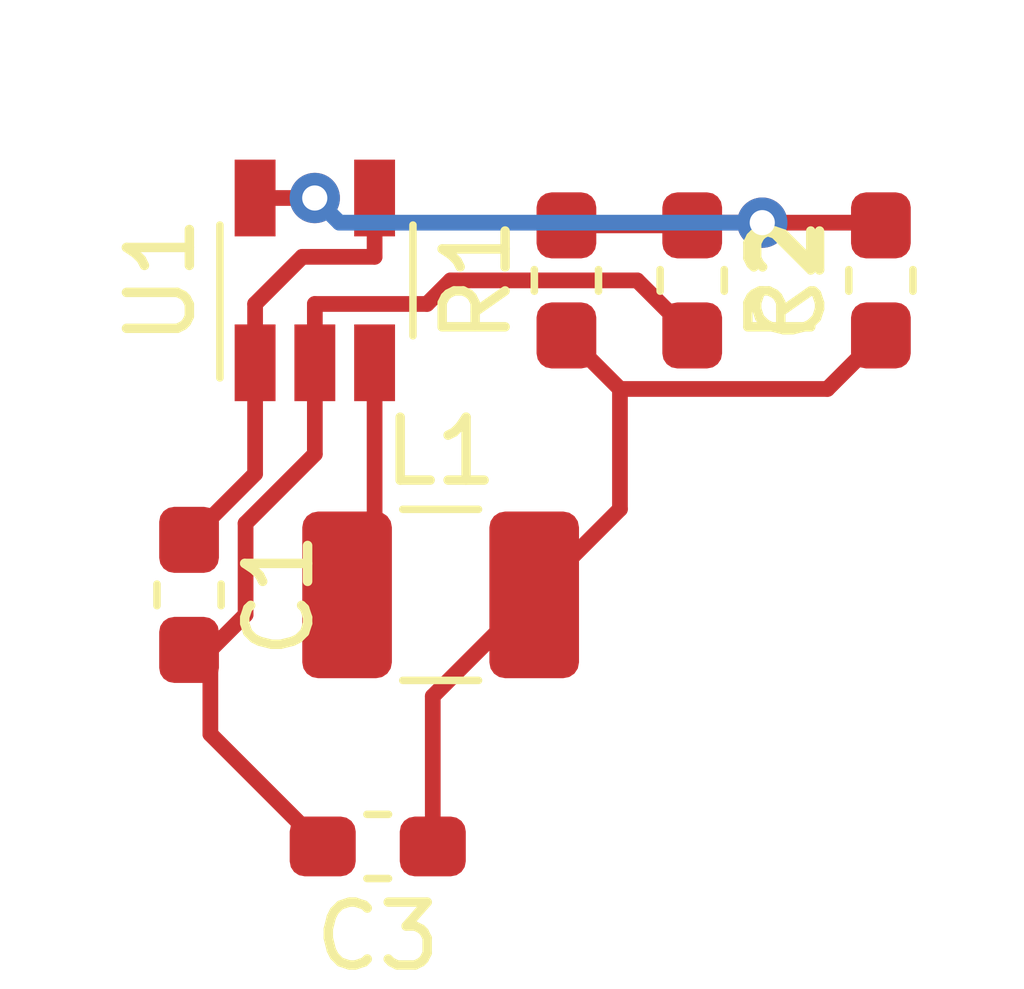
<source format=kicad_pcb>
(kicad_pcb (version 20171130) (host pcbnew 5.0.2-bee76a0~70~ubuntu18.04.1)

  (general
    (thickness 1.6)
    (drawings 0)
    (tracks 37)
    (zones 0)
    (modules 7)
    (nets 6)
  )

  (page A4)
  (layers
    (0 F.Cu signal)
    (31 B.Cu signal)
    (32 B.Adhes user)
    (33 F.Adhes user)
    (34 B.Paste user)
    (35 F.Paste user)
    (36 B.SilkS user)
    (37 F.SilkS user)
    (38 B.Mask user)
    (39 F.Mask user)
    (40 Dwgs.User user)
    (41 Cmts.User user)
    (42 Eco1.User user)
    (43 Eco2.User user)
    (44 Edge.Cuts user)
    (45 Margin user)
    (46 B.CrtYd user)
    (47 F.CrtYd user)
    (48 B.Fab user)
    (49 F.Fab user)
  )

  (setup
    (last_trace_width 0.25)
    (trace_clearance 0.2)
    (zone_clearance 0.508)
    (zone_45_only no)
    (trace_min 0.2)
    (segment_width 0.2)
    (edge_width 0.15)
    (via_size 0.8)
    (via_drill 0.4)
    (via_min_size 0.4)
    (via_min_drill 0.3)
    (uvia_size 0.3)
    (uvia_drill 0.1)
    (uvias_allowed no)
    (uvia_min_size 0.2)
    (uvia_min_drill 0.1)
    (pcb_text_width 0.3)
    (pcb_text_size 1.5 1.5)
    (mod_edge_width 0.15)
    (mod_text_size 1 1)
    (mod_text_width 0.15)
    (pad_size 1.524 1.524)
    (pad_drill 0.762)
    (pad_to_mask_clearance 0.051)
    (solder_mask_min_width 0.25)
    (aux_axis_origin 0 0)
    (visible_elements FFFFFF7F)
    (pcbplotparams
      (layerselection 0x010fc_ffffffff)
      (usegerberextensions false)
      (usegerberattributes false)
      (usegerberadvancedattributes false)
      (creategerberjobfile false)
      (excludeedgelayer true)
      (linewidth 0.100000)
      (plotframeref false)
      (viasonmask false)
      (mode 1)
      (useauxorigin false)
      (hpglpennumber 1)
      (hpglpenspeed 20)
      (hpglpendiameter 15.000000)
      (psnegative false)
      (psa4output false)
      (plotreference true)
      (plotvalue true)
      (plotinvisibletext false)
      (padsonsilk false)
      (subtractmaskfromsilk false)
      (outputformat 1)
      (mirror false)
      (drillshape 1)
      (scaleselection 1)
      (outputdirectory ""))
  )

  (net 0 "")
  (net 1 +1V8)
  (net 2 "Net-(C2-Pad2)")
  (net 3 GND)
  (net 4 +5V)
  (net 5 "Net-(L1-Pad1)")

  (net_class Default "This is the default net class."
    (clearance 0.2)
    (trace_width 0.25)
    (via_dia 0.8)
    (via_drill 0.4)
    (uvia_dia 0.3)
    (uvia_drill 0.1)
    (add_net +1V8)
    (add_net +5V)
    (add_net GND)
    (add_net "Net-(C2-Pad2)")
    (add_net "Net-(L1-Pad1)")
  )

  (module Capacitor_SMD:C_0603_1608Metric_Pad1.05x0.95mm_HandSolder (layer F.Cu) (tedit 5B301BBE) (tstamp 5C0782E1)
    (at 5 22 180)
    (descr "Capacitor SMD 0603 (1608 Metric), square (rectangular) end terminal, IPC_7351 nominal with elongated pad for handsoldering. (Body size source: http://www.tortai-tech.com/upload/download/2011102023233369053.pdf), generated with kicad-footprint-generator")
    (tags "capacitor handsolder")
    (path /5C03D10B)
    (attr smd)
    (fp_text reference C3 (at 0 -1.43 180) (layer F.SilkS)
      (effects (font (size 1 1) (thickness 0.15)))
    )
    (fp_text value C226,6.3v,0603 (at 0 1.43 180) (layer F.Fab)
      (effects (font (size 1 1) (thickness 0.15)))
    )
    (fp_line (start -0.8 0.4) (end -0.8 -0.4) (layer F.Fab) (width 0.1))
    (fp_line (start -0.8 -0.4) (end 0.8 -0.4) (layer F.Fab) (width 0.1))
    (fp_line (start 0.8 -0.4) (end 0.8 0.4) (layer F.Fab) (width 0.1))
    (fp_line (start 0.8 0.4) (end -0.8 0.4) (layer F.Fab) (width 0.1))
    (fp_line (start -0.171267 -0.51) (end 0.171267 -0.51) (layer F.SilkS) (width 0.12))
    (fp_line (start -0.171267 0.51) (end 0.171267 0.51) (layer F.SilkS) (width 0.12))
    (fp_line (start -1.65 0.73) (end -1.65 -0.73) (layer F.CrtYd) (width 0.05))
    (fp_line (start -1.65 -0.73) (end 1.65 -0.73) (layer F.CrtYd) (width 0.05))
    (fp_line (start 1.65 -0.73) (end 1.65 0.73) (layer F.CrtYd) (width 0.05))
    (fp_line (start 1.65 0.73) (end -1.65 0.73) (layer F.CrtYd) (width 0.05))
    (fp_text user %R (at 0 0 180) (layer F.Fab)
      (effects (font (size 0.4 0.4) (thickness 0.06)))
    )
    (pad 1 smd roundrect (at -0.875 0 180) (size 1.05 0.95) (layers F.Cu F.Paste F.Mask) (roundrect_rratio 0.25)
      (net 1 +1V8))
    (pad 2 smd roundrect (at 0.875 0 180) (size 1.05 0.95) (layers F.Cu F.Paste F.Mask) (roundrect_rratio 0.25)
      (net 3 GND))
    (model ${KISYS3DMOD}/Capacitor_SMD.3dshapes/C_0603_1608Metric.wrl
      (at (xyz 0 0 0))
      (scale (xyz 1 1 1))
      (rotate (xyz 0 0 0))
    )
  )

  (module Capacitor_SMD:C_0603_1608Metric_Pad1.05x0.95mm_HandSolder (layer F.Cu) (tedit 5B301BBE) (tstamp 5C0782D0)
    (at 13 13 90)
    (descr "Capacitor SMD 0603 (1608 Metric), square (rectangular) end terminal, IPC_7351 nominal with elongated pad for handsoldering. (Body size source: http://www.tortai-tech.com/upload/download/2011102023233369053.pdf), generated with kicad-footprint-generator")
    (tags "capacitor handsolder")
    (path /5C0621B0)
    (attr smd)
    (fp_text reference C2 (at 0 -1.43 90) (layer F.SilkS)
      (effects (font (size 1 1) (thickness 0.15)))
    )
    (fp_text value C22pf,0603 (at 0 1.43 90) (layer F.Fab)
      (effects (font (size 1 1) (thickness 0.15)))
    )
    (fp_text user %R (at 0 0 90) (layer F.Fab)
      (effects (font (size 0.4 0.4) (thickness 0.06)))
    )
    (fp_line (start 1.65 0.73) (end -1.65 0.73) (layer F.CrtYd) (width 0.05))
    (fp_line (start 1.65 -0.73) (end 1.65 0.73) (layer F.CrtYd) (width 0.05))
    (fp_line (start -1.65 -0.73) (end 1.65 -0.73) (layer F.CrtYd) (width 0.05))
    (fp_line (start -1.65 0.73) (end -1.65 -0.73) (layer F.CrtYd) (width 0.05))
    (fp_line (start -0.171267 0.51) (end 0.171267 0.51) (layer F.SilkS) (width 0.12))
    (fp_line (start -0.171267 -0.51) (end 0.171267 -0.51) (layer F.SilkS) (width 0.12))
    (fp_line (start 0.8 0.4) (end -0.8 0.4) (layer F.Fab) (width 0.1))
    (fp_line (start 0.8 -0.4) (end 0.8 0.4) (layer F.Fab) (width 0.1))
    (fp_line (start -0.8 -0.4) (end 0.8 -0.4) (layer F.Fab) (width 0.1))
    (fp_line (start -0.8 0.4) (end -0.8 -0.4) (layer F.Fab) (width 0.1))
    (pad 2 smd roundrect (at 0.875 0 90) (size 1.05 0.95) (layers F.Cu F.Paste F.Mask) (roundrect_rratio 0.25)
      (net 2 "Net-(C2-Pad2)"))
    (pad 1 smd roundrect (at -0.875 0 90) (size 1.05 0.95) (layers F.Cu F.Paste F.Mask) (roundrect_rratio 0.25)
      (net 1 +1V8))
    (model ${KISYS3DMOD}/Capacitor_SMD.3dshapes/C_0603_1608Metric.wrl
      (at (xyz 0 0 0))
      (scale (xyz 1 1 1))
      (rotate (xyz 0 0 0))
    )
  )

  (module Capacitor_SMD:C_0603_1608Metric_Pad1.05x0.95mm_HandSolder (layer F.Cu) (tedit 5B301BBE) (tstamp 5C0782BF)
    (at 2 18 270)
    (descr "Capacitor SMD 0603 (1608 Metric), square (rectangular) end terminal, IPC_7351 nominal with elongated pad for handsoldering. (Body size source: http://www.tortai-tech.com/upload/download/2011102023233369053.pdf), generated with kicad-footprint-generator")
    (tags "capacitor handsolder")
    (path /5C03D1E9)
    (attr smd)
    (fp_text reference C1 (at 0 -1.43 270) (layer F.SilkS)
      (effects (font (size 1 1) (thickness 0.15)))
    )
    (fp_text value C226,6.3v,0603 (at 0 1.43 270) (layer F.Fab)
      (effects (font (size 1 1) (thickness 0.15)))
    )
    (fp_line (start -0.8 0.4) (end -0.8 -0.4) (layer F.Fab) (width 0.1))
    (fp_line (start -0.8 -0.4) (end 0.8 -0.4) (layer F.Fab) (width 0.1))
    (fp_line (start 0.8 -0.4) (end 0.8 0.4) (layer F.Fab) (width 0.1))
    (fp_line (start 0.8 0.4) (end -0.8 0.4) (layer F.Fab) (width 0.1))
    (fp_line (start -0.171267 -0.51) (end 0.171267 -0.51) (layer F.SilkS) (width 0.12))
    (fp_line (start -0.171267 0.51) (end 0.171267 0.51) (layer F.SilkS) (width 0.12))
    (fp_line (start -1.65 0.73) (end -1.65 -0.73) (layer F.CrtYd) (width 0.05))
    (fp_line (start -1.65 -0.73) (end 1.65 -0.73) (layer F.CrtYd) (width 0.05))
    (fp_line (start 1.65 -0.73) (end 1.65 0.73) (layer F.CrtYd) (width 0.05))
    (fp_line (start 1.65 0.73) (end -1.65 0.73) (layer F.CrtYd) (width 0.05))
    (fp_text user %R (at 0 0 270) (layer F.Fab)
      (effects (font (size 0.4 0.4) (thickness 0.06)))
    )
    (pad 1 smd roundrect (at -0.875 0 270) (size 1.05 0.95) (layers F.Cu F.Paste F.Mask) (roundrect_rratio 0.25)
      (net 4 +5V))
    (pad 2 smd roundrect (at 0.875 0 270) (size 1.05 0.95) (layers F.Cu F.Paste F.Mask) (roundrect_rratio 0.25)
      (net 3 GND))
    (model ${KISYS3DMOD}/Capacitor_SMD.3dshapes/C_0603_1608Metric.wrl
      (at (xyz 0 0 0))
      (scale (xyz 1 1 1))
      (rotate (xyz 0 0 0))
    )
  )

  (module Inductor_SMD:L_1210_3225Metric_Pad1.42x2.65mm_HandSolder (layer F.Cu) (tedit 5B301BBE) (tstamp 5C0782AE)
    (at 6 18)
    (descr "Capacitor SMD 1210 (3225 Metric), square (rectangular) end terminal, IPC_7351 nominal with elongated pad for handsoldering. (Body size source: http://www.tortai-tech.com/upload/download/2011102023233369053.pdf), generated with kicad-footprint-generator")
    (tags "inductor handsolder")
    (path /5C0652FE)
    (attr smd)
    (fp_text reference L1 (at 0 -2.28) (layer F.SilkS)
      (effects (font (size 1 1) (thickness 0.15)))
    )
    (fp_text value L_2.2uH,1210 (at 0 2.28) (layer F.Fab)
      (effects (font (size 1 1) (thickness 0.15)))
    )
    (fp_line (start -1.6 1.25) (end -1.6 -1.25) (layer F.Fab) (width 0.1))
    (fp_line (start -1.6 -1.25) (end 1.6 -1.25) (layer F.Fab) (width 0.1))
    (fp_line (start 1.6 -1.25) (end 1.6 1.25) (layer F.Fab) (width 0.1))
    (fp_line (start 1.6 1.25) (end -1.6 1.25) (layer F.Fab) (width 0.1))
    (fp_line (start -0.602064 -1.36) (end 0.602064 -1.36) (layer F.SilkS) (width 0.12))
    (fp_line (start -0.602064 1.36) (end 0.602064 1.36) (layer F.SilkS) (width 0.12))
    (fp_line (start -2.45 1.58) (end -2.45 -1.58) (layer F.CrtYd) (width 0.05))
    (fp_line (start -2.45 -1.58) (end 2.45 -1.58) (layer F.CrtYd) (width 0.05))
    (fp_line (start 2.45 -1.58) (end 2.45 1.58) (layer F.CrtYd) (width 0.05))
    (fp_line (start 2.45 1.58) (end -2.45 1.58) (layer F.CrtYd) (width 0.05))
    (fp_text user %R (at 0 0) (layer F.Fab)
      (effects (font (size 0.8 0.8) (thickness 0.12)))
    )
    (pad 1 smd roundrect (at -1.4875 0) (size 1.425 2.65) (layers F.Cu F.Paste F.Mask) (roundrect_rratio 0.175439)
      (net 5 "Net-(L1-Pad1)"))
    (pad 2 smd roundrect (at 1.4875 0) (size 1.425 2.65) (layers F.Cu F.Paste F.Mask) (roundrect_rratio 0.175439)
      (net 1 +1V8))
    (model ${KISYS3DMOD}/Inductor_SMD.3dshapes/L_1210_3225Metric.wrl
      (at (xyz 0 0 0))
      (scale (xyz 1 1 1))
      (rotate (xyz 0 0 0))
    )
  )

  (module Package_TO_SOT_SMD:TSOT-23-5 (layer F.Cu) (tedit 5A02FF57) (tstamp 5C07829D)
    (at 4 13 90)
    (descr "5-pin TSOT23 package, http://cds.linear.com/docs/en/packaging/SOT_5_05-08-1635.pdf")
    (tags TSOT-23-5)
    (path /5C03B1FE)
    (attr smd)
    (fp_text reference U1 (at 0 -2.45 90) (layer F.SilkS)
      (effects (font (size 1 1) (thickness 0.15)))
    )
    (fp_text value AP3429 (at 0 2.5 90) (layer F.Fab)
      (effects (font (size 1 1) (thickness 0.15)))
    )
    (fp_text user %R (at 0 0 180) (layer F.Fab)
      (effects (font (size 0.5 0.5) (thickness 0.075)))
    )
    (fp_line (start -0.88 1.56) (end 0.88 1.56) (layer F.SilkS) (width 0.12))
    (fp_line (start 0.88 -1.51) (end -1.55 -1.51) (layer F.SilkS) (width 0.12))
    (fp_line (start -0.88 -1) (end -0.43 -1.45) (layer F.Fab) (width 0.1))
    (fp_line (start 0.88 -1.45) (end -0.43 -1.45) (layer F.Fab) (width 0.1))
    (fp_line (start -0.88 -1) (end -0.88 1.45) (layer F.Fab) (width 0.1))
    (fp_line (start 0.88 1.45) (end -0.88 1.45) (layer F.Fab) (width 0.1))
    (fp_line (start 0.88 -1.45) (end 0.88 1.45) (layer F.Fab) (width 0.1))
    (fp_line (start -2.17 -1.7) (end 2.17 -1.7) (layer F.CrtYd) (width 0.05))
    (fp_line (start -2.17 -1.7) (end -2.17 1.7) (layer F.CrtYd) (width 0.05))
    (fp_line (start 2.17 1.7) (end 2.17 -1.7) (layer F.CrtYd) (width 0.05))
    (fp_line (start 2.17 1.7) (end -2.17 1.7) (layer F.CrtYd) (width 0.05))
    (pad 1 smd rect (at -1.31 -0.95 90) (size 1.22 0.65) (layers F.Cu F.Paste F.Mask)
      (net 4 +5V))
    (pad 2 smd rect (at -1.31 0 90) (size 1.22 0.65) (layers F.Cu F.Paste F.Mask)
      (net 3 GND))
    (pad 3 smd rect (at -1.31 0.95 90) (size 1.22 0.65) (layers F.Cu F.Paste F.Mask)
      (net 5 "Net-(L1-Pad1)"))
    (pad 4 smd rect (at 1.31 0.95 90) (size 1.22 0.65) (layers F.Cu F.Paste F.Mask)
      (net 4 +5V))
    (pad 5 smd rect (at 1.31 -0.95 90) (size 1.22 0.65) (layers F.Cu F.Paste F.Mask)
      (net 2 "Net-(C2-Pad2)"))
    (model ${KISYS3DMOD}/Package_TO_SOT_SMD.3dshapes/TSOT-23-5.wrl
      (at (xyz 0 0 0))
      (scale (xyz 1 1 1))
      (rotate (xyz 0 0 0))
    )
  )

  (module Resistor_SMD:R_0603_1608Metric_Pad1.05x0.95mm_HandSolder (layer F.Cu) (tedit 5B301BBD) (tstamp 5C078288)
    (at 10 13 270)
    (descr "Resistor SMD 0603 (1608 Metric), square (rectangular) end terminal, IPC_7351 nominal with elongated pad for handsoldering. (Body size source: http://www.tortai-tech.com/upload/download/2011102023233369053.pdf), generated with kicad-footprint-generator")
    (tags "resistor handsolder")
    (path /5C03DAA8)
    (attr smd)
    (fp_text reference R2 (at 0 -1.43 270) (layer F.SilkS)
      (effects (font (size 1 1) (thickness 0.15)))
    )
    (fp_text value R154,0603 (at 0 1.43 270) (layer F.Fab)
      (effects (font (size 1 1) (thickness 0.15)))
    )
    (fp_text user %R (at 0 0 270) (layer F.Fab)
      (effects (font (size 0.4 0.4) (thickness 0.06)))
    )
    (fp_line (start 1.65 0.73) (end -1.65 0.73) (layer F.CrtYd) (width 0.05))
    (fp_line (start 1.65 -0.73) (end 1.65 0.73) (layer F.CrtYd) (width 0.05))
    (fp_line (start -1.65 -0.73) (end 1.65 -0.73) (layer F.CrtYd) (width 0.05))
    (fp_line (start -1.65 0.73) (end -1.65 -0.73) (layer F.CrtYd) (width 0.05))
    (fp_line (start -0.171267 0.51) (end 0.171267 0.51) (layer F.SilkS) (width 0.12))
    (fp_line (start -0.171267 -0.51) (end 0.171267 -0.51) (layer F.SilkS) (width 0.12))
    (fp_line (start 0.8 0.4) (end -0.8 0.4) (layer F.Fab) (width 0.1))
    (fp_line (start 0.8 -0.4) (end 0.8 0.4) (layer F.Fab) (width 0.1))
    (fp_line (start -0.8 -0.4) (end 0.8 -0.4) (layer F.Fab) (width 0.1))
    (fp_line (start -0.8 0.4) (end -0.8 -0.4) (layer F.Fab) (width 0.1))
    (pad 2 smd roundrect (at 0.875 0 270) (size 1.05 0.95) (layers F.Cu F.Paste F.Mask) (roundrect_rratio 0.25)
      (net 3 GND))
    (pad 1 smd roundrect (at -0.875 0 270) (size 1.05 0.95) (layers F.Cu F.Paste F.Mask) (roundrect_rratio 0.25)
      (net 2 "Net-(C2-Pad2)"))
    (model ${KISYS3DMOD}/Resistor_SMD.3dshapes/R_0603_1608Metric.wrl
      (at (xyz 0 0 0))
      (scale (xyz 1 1 1))
      (rotate (xyz 0 0 0))
    )
  )

  (module Resistor_SMD:R_0603_1608Metric_Pad1.05x0.95mm_HandSolder (layer F.Cu) (tedit 5B301BBD) (tstamp 5C078277)
    (at 8 13 90)
    (descr "Resistor SMD 0603 (1608 Metric), square (rectangular) end terminal, IPC_7351 nominal with elongated pad for handsoldering. (Body size source: http://www.tortai-tech.com/upload/download/2011102023233369053.pdf), generated with kicad-footprint-generator")
    (tags "resistor handsolder")
    (path /5C03B22A)
    (attr smd)
    (fp_text reference R1 (at 0 -1.43 90) (layer F.SilkS)
      (effects (font (size 1 1) (thickness 0.15)))
    )
    (fp_text value R304,0603 (at 0 1.43 90) (layer F.Fab)
      (effects (font (size 1 1) (thickness 0.15)))
    )
    (fp_line (start -0.8 0.4) (end -0.8 -0.4) (layer F.Fab) (width 0.1))
    (fp_line (start -0.8 -0.4) (end 0.8 -0.4) (layer F.Fab) (width 0.1))
    (fp_line (start 0.8 -0.4) (end 0.8 0.4) (layer F.Fab) (width 0.1))
    (fp_line (start 0.8 0.4) (end -0.8 0.4) (layer F.Fab) (width 0.1))
    (fp_line (start -0.171267 -0.51) (end 0.171267 -0.51) (layer F.SilkS) (width 0.12))
    (fp_line (start -0.171267 0.51) (end 0.171267 0.51) (layer F.SilkS) (width 0.12))
    (fp_line (start -1.65 0.73) (end -1.65 -0.73) (layer F.CrtYd) (width 0.05))
    (fp_line (start -1.65 -0.73) (end 1.65 -0.73) (layer F.CrtYd) (width 0.05))
    (fp_line (start 1.65 -0.73) (end 1.65 0.73) (layer F.CrtYd) (width 0.05))
    (fp_line (start 1.65 0.73) (end -1.65 0.73) (layer F.CrtYd) (width 0.05))
    (fp_text user %R (at 0 0 90) (layer F.Fab)
      (effects (font (size 0.4 0.4) (thickness 0.06)))
    )
    (pad 1 smd roundrect (at -0.875 0 90) (size 1.05 0.95) (layers F.Cu F.Paste F.Mask) (roundrect_rratio 0.25)
      (net 1 +1V8))
    (pad 2 smd roundrect (at 0.875 0 90) (size 1.05 0.95) (layers F.Cu F.Paste F.Mask) (roundrect_rratio 0.25)
      (net 2 "Net-(C2-Pad2)"))
    (model ${KISYS3DMOD}/Resistor_SMD.3dshapes/R_0603_1608Metric.wrl
      (at (xyz 0 0 0))
      (scale (xyz 1 1 1))
      (rotate (xyz 0 0 0))
    )
  )

  (segment (start 8.8513 14.7263) (end 8 13.875) (width 0.25) (layer F.Cu) (net 1))
  (segment (start 13 13.875) (end 12.1487 14.7263) (width 0.25) (layer F.Cu) (net 1))
  (segment (start 12.1487 14.7263) (end 8.8513 14.7263) (width 0.25) (layer F.Cu) (net 1))
  (segment (start 8.8513 14.7263) (end 8.8513 16.6362) (width 0.25) (layer F.Cu) (net 1))
  (segment (start 8.8513 16.6362) (end 7.4875 18) (width 0.25) (layer F.Cu) (net 1))
  (segment (start 7.4875 18) (end 5.875 19.6125) (width 0.25) (layer F.Cu) (net 1))
  (segment (start 5.875 19.6125) (end 5.875 22) (width 0.25) (layer F.Cu) (net 1))
  (segment (start 11.114 12.082) (end 12.957 12.082) (width 0.25) (layer F.Cu) (net 2))
  (segment (start 12.957 12.082) (end 13 12.125) (width 0.25) (layer F.Cu) (net 2))
  (segment (start 10 12.125) (end 10.043 12.082) (width 0.25) (layer F.Cu) (net 2))
  (segment (start 10.043 12.082) (end 11.114 12.082) (width 0.25) (layer F.Cu) (net 2))
  (segment (start 3.05 11.69) (end 3.9985 11.69) (width 0.25) (layer F.Cu) (net 2))
  (segment (start 11.114 12.082) (end 4.3905 12.082) (width 0.25) (layer B.Cu) (net 2))
  (segment (start 4.3905 12.082) (end 3.9985 11.69) (width 0.25) (layer B.Cu) (net 2))
  (segment (start 10 12.125) (end 8 12.125) (width 0.25) (layer F.Cu) (net 2))
  (via (at 11.114 12.082) (size 0.8) (layers F.Cu B.Cu) (net 2))
  (via (at 3.9985 11.69) (size 0.8) (layers F.Cu B.Cu) (net 2))
  (segment (start 4 14.31) (end 4 13.3747) (width 0.25) (layer F.Cu) (net 3))
  (segment (start 4 13.3747) (end 5.7831 13.3747) (width 0.25) (layer F.Cu) (net 3))
  (segment (start 5.7831 13.3747) (end 6.1578 13) (width 0.25) (layer F.Cu) (net 3))
  (segment (start 6.1578 13) (end 9.125 13) (width 0.25) (layer F.Cu) (net 3))
  (segment (start 9.125 13) (end 10 13.875) (width 0.25) (layer F.Cu) (net 3))
  (segment (start 2.3387 18.875) (end 2.8987 18.315) (width 0.25) (layer F.Cu) (net 3))
  (segment (start 2.8987 18.315) (end 2.8987 16.8632) (width 0.25) (layer F.Cu) (net 3))
  (segment (start 2.8987 16.8632) (end 4 15.7619) (width 0.25) (layer F.Cu) (net 3))
  (segment (start 4 15.7619) (end 4 14.31) (width 0.25) (layer F.Cu) (net 3))
  (segment (start 2.3387 18.875) (end 2.3387 20.2137) (width 0.25) (layer F.Cu) (net 3))
  (segment (start 2.3387 20.2137) (end 4.125 22) (width 0.25) (layer F.Cu) (net 3))
  (segment (start 2.3387 18.875) (end 2 18.875) (width 0.25) (layer F.Cu) (net 3))
  (segment (start 3.05 14.31) (end 3.05 13.3747) (width 0.25) (layer F.Cu) (net 4))
  (segment (start 4.95 11.69) (end 4.95 12.6253) (width 0.25) (layer F.Cu) (net 4))
  (segment (start 4.95 12.6253) (end 3.7994 12.6253) (width 0.25) (layer F.Cu) (net 4))
  (segment (start 3.7994 12.6253) (end 3.05 13.3747) (width 0.25) (layer F.Cu) (net 4))
  (segment (start 2 17.125) (end 3.05 16.075) (width 0.25) (layer F.Cu) (net 4))
  (segment (start 3.05 16.075) (end 3.05 14.31) (width 0.25) (layer F.Cu) (net 4))
  (segment (start 4.95 14.31) (end 4.95 17.5625) (width 0.25) (layer F.Cu) (net 5))
  (segment (start 4.95 17.5625) (end 4.5125 18) (width 0.25) (layer F.Cu) (net 5))

)

</source>
